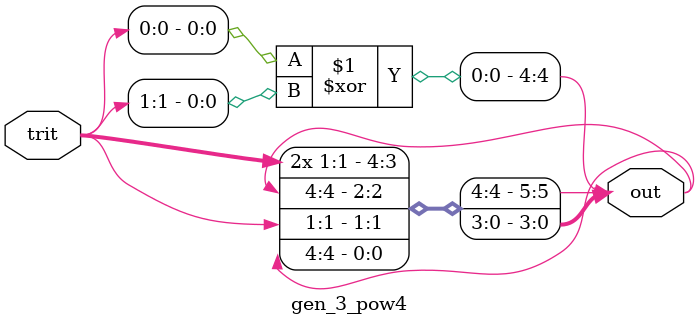
<source format=sv>
`include "ppa_sk.sv"
`include "mux.sv"
`include "inc_i2_o2.sv"

module trit5_to_bit8_tb(rst1, rst2, clk, a, out, x, z, done, x0, x1, x2, x3, x4, a_reg);
    input rst1, rst2, clk;
    input [9:0] a;
    output [9:0] a_reg;
    output reg done;
    output [7:0] out, x, z;
    output[1:0] x0;
    output[2:0] x1;
    output[3:0] x2;
    output[5:0] x3, x4;
    reg[1:0] count;
    wire[1:0] count_new;

    always @(posedge clk)
        if (rst1)
            count <= 3;
        else
            count <= count_new;

    inc_i2_o2 INC ( .a( count ), .out( count_new ) );
    trit5_to_bit8 TRIT2BIT (rst1, rst2, clk, a, out, count, x, z, x0, x1, x2, x3, x4, a_reg);
    initial begin
        $dumpfile("dump.vcd");
        $dumpvars(1);
    end
endmodule

module trit5_to_bit8(rst1, rst2, clk, a, out, count, x, z, x0, x1, x2, x3, x4, a_reg);
//transform a 5-trit to an 8-bit
//positive rst
//positive clk
//use external count, positive clk
//rst must be turned off after in taking datas at least 1 period of clk
//after 1 reset period + 4 periods, return the output

    input [9:0] a;
    input [1:0] count;
    input rst1, rst2 ,clk;
    output [9:0] a_reg;
    output [7:0] out, x, z;
    output[1:0] x0;
    output[2:0] x1;
    output[3:0] x2;
    output[5:0] x3, x4;
    wire[1:0] x0;
    wire[2:0] x1;
    wire[3:0] x2;
    wire[5:0] x3, x4;
    wire[7:0] x, z;
    reg [9:0] a_reg;
    reg[7:0] out;

    always @(posedge clk)
        if (rst1) begin
            a_reg <= a;
        end

    always @(posedge clk)
        if (rst2)
            out <= {x4[5:2], 2'b0, x4[1:0]};
        else
            out <= z;

    ppa_sk_i8_o8 ADD ( .x1( x ), .x2( out ), .out( z ) );

    mux_4i8_o1 MUX ( .a3( {2'b0, x3} ), .a2( {3'b0, x2[3:2], 1'b0, x2[1:0]} ), .a1( {5'b0, x1} ), .a0( {6'b0, x0} ), .sel( count ), .out( x ) );

    assign x0 = {a_reg[1] & a_reg[0], a_reg[1] ^ a_reg[0] };
    gen_3_pow4 GEN81 ( .trit( a_reg[9:8] ), .out( x4 ) );
    gen_3_pow3 GEN27 ( .trit( a_reg[7:6] ), .out( x3 ) );
    gen_3_pow2 GEN09 ( .trit( a_reg[5:4] ), .out( x2 ) );
    gen_3_pow1 GEN03 ( .trit( a_reg[3:2] ), .out( x1 ) );

endmodule

module gen_3_pow1(trit, out);
    input [1:0] trit;
    output [2:0] out;

    assign out[0] = trit[0] ^ trit[1];
    assign out[1] = trit[0];
    assign out[2] = trit[1];
endmodule

module gen_3_pow2(trit, out);
    input [1:0] trit;
    output [3:0] out;
//out[3:2] -> out[4:3], 0 -> out[2], out[1:0] -> out[1:0]

    assign out[0] = trit[0] ^ trit[1];
    assign out[1] = trit[1];
    assign out[2] = out[0];
    assign out[3] = out[1];
endmodule

module gen_3_pow3(trit, out);
    input [1:0] trit;
    output [5:0] out;

    assign out[0] = trit[0] ^ trit[1];
    assign out[1] = trit[0];
    assign out[2] = trit[1];
    assign out[3] = out[0];
    assign out[4] = out[1];
    assign out[5] = out[2];
endmodule

module gen_3_pow4(trit, out);
    input [1:0] trit;
    output [5:0] out;
//out[5:2] -> out[7:4], 0 -> out[3:2], out[1:0] -> out[1:0]

    assign out[0] = trit[0] ^ trit[1];
    assign out[1] = trit[1];
    assign out[2] = out[0];
    assign out[3] = out[1];
    assign out[4] = out[0];
    assign out[5] = out[1];
endmodule

</source>
